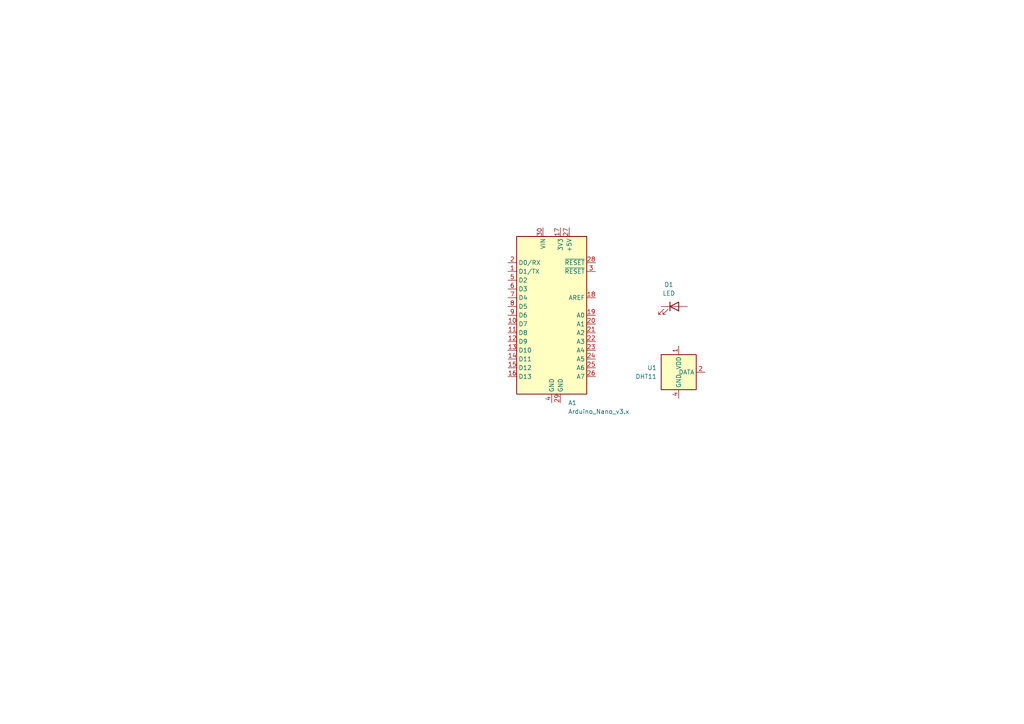
<source format=kicad_sch>
(kicad_sch (version 20231120) (generator "eeschema") (generator_version "8.0")
  (paper "A4")
  (lib_symbols
    (symbol "Device:LED" (pin_numbers hide) (pin_names (offset 1.016) hide)
      (property "Reference" "D" (at 0 2.54 0))
      (property "Value" "LED" (at 0 -2.54 0))
      (symbol "LED_0_1"
        (polyline (pts (xy -1.27 -1.27) (xy -1.27 1.27)) (stroke (width 0.254)))
        (polyline (pts (xy -1.27 0) (xy 1.27 0)))
        (polyline (pts (xy 1.27 -1.27) (xy 1.27 1.27) (xy -1.27 0) (xy 1.27 -1.27)) (stroke (width 0.254)))
        (polyline (pts (xy -3.048 -0.762) (xy -4.572 -2.286) (xy -3.81 -2.286) (xy -4.572 -2.286) (xy -4.572 -1.524)))
        (polyline (pts (xy -1.778 -0.762) (xy -3.302 -2.286) (xy -2.54 -2.286) (xy -3.302 -2.286) (xy -3.302 -1.524)))
      )
      (symbol "LED_1_1"
        (pin passive line (at -3.81 0 0) (length 2.54) (name "K") (number "1"))
        (pin passive line (at 3.81 0 180) (length 2.54) (name "A") (number "2"))
      )
    )
    (symbol "MCU_Module:Arduino_Nano_v3.x"
      (property "Reference" "A" (at -10.16 23.495 0))
      (property "Value" "Arduino_Nano_v3.x" (at 5.08 -24.13 0))
      (symbol "Arduino_Nano_v3.x_0_1"
        (rectangle (start -10.16 22.86) (end 10.16 -22.86) (stroke (width 0.254)) (fill (type background)))
      )
      (symbol "Arduino_Nano_v3.x_1_1"
        (pin bidirectional line (at -12.7 12.7 0) (length 2.54) (name "D1/TX") (number "1"))
        (pin bidirectional line (at -12.7 -2.54 0) (length 2.54) (name "D7") (number "10"))
        (pin bidirectional line (at -12.7 -5.08 0) (length 2.54) (name "D8") (number "11"))
        (pin bidirectional line (at -12.7 -7.62 0) (length 2.54) (name "D9") (number "12"))
        (pin bidirectional line (at -12.7 -10.16 0) (length 2.54) (name "D10") (number "13"))
        (pin bidirectional line (at -12.7 -12.7 0) (length 2.54) (name "D11") (number "14"))
        (pin bidirectional line (at -12.7 -15.24 0) (length 2.54) (name "D12") (number "15"))
        (pin bidirectional line (at -12.7 -17.78 0) (length 2.54) (name "D13") (number "16"))
        (pin power_out line (at 2.54 25.4 270) (length 2.54) (name "3V3") (number "17"))
        (pin input line (at 12.7 5.08 180) (length 2.54) (name "AREF") (number "18"))
        (pin bidirectional line (at 12.7 0 180) (length 2.54) (name "A0") (number "19"))
        (pin bidirectional line (at -12.7 15.24 0) (length 2.54) (name "D0/RX") (number "2"))
        (pin bidirectional line (at 12.7 -2.54 180) (length 2.54) (name "A1") (number "20"))
        (pin bidirectional line (at 12.7 -5.08 180) (length 2.54) (name "A2") (number "21"))
        (pin bidirectional line (at 12.7 -7.62 180) (length 2.54) (name "A3") (number "22"))
        (pin bidirectional line (at 12.7 -10.16 180) (length 2.54) (name "A4") (number "23"))
        (pin bidirectional line (at 12.7 -12.7 180) (length 2.54) (name "A5") (number "24"))
        (pin bidirectional line (at 12.7 -15.24 180) (length 2.54) (name "A6") (number "25"))
        (pin bidirectional line (at 12.7 -17.78 180) (length 2.54) (name "A7") (number "26"))
        (pin power_out line (at 5.08 25.4 270) (length 2.54) (name "+5V") (number "27"))
        (pin input line (at 12.7 15.24 180) (length 2.54) (name "~{RESET}") (number "28"))
        (pin power_in line (at 2.54 -25.4 90) (length 2.54) (name "GND") (number "29"))
        (pin input line (at 12.7 12.7 180) (length 2.54) (name "~{RESET}") (number "3"))
        (pin power_in line (at -2.54 25.4 270) (length 2.54) (name "VIN") (number "30"))
        (pin power_in line (at 0 -25.4 90) (length 2.54) (name "GND") (number "4"))
        (pin bidirectional line (at -12.7 10.16 0) (length 2.54) (name "D2") (number "5"))
        (pin bidirectional line (at -12.7 7.62 0) (length 2.54) (name "D3") (number "6"))
        (pin bidirectional line (at -12.7 5.08 0) (length 2.54) (name "D4") (number "7"))
        (pin bidirectional line (at -12.7 2.54 0) (length 2.54) (name "D5") (number "8"))
        (pin bidirectional line (at -12.7 0 0) (length 2.54) (name "D6") (number "9"))
      )
    )
    (symbol "Sensor:DHT11"
      (property "Reference" "U" (at -3.81 6.35 0))
      (property "Value" "DHT11" (at 3.81 6.35 0))
      (symbol "DHT11_0_1"
        (rectangle (start -5.08 5.08) (end 5.08 -5.08) (stroke (width 0.254)) (fill (type background)))
      )
      (symbol "DHT11_1_1"
        (pin power_in line (at 0 7.62 270) (length 2.54) (name "VDD") (number "1"))
        (pin bidirectional line (at 7.62 0 180) (length 2.54) (name "DATA") (number "2"))
        (pin no_connect line (at -5.08 0 0) (length 2.54) hide (name "NC") (number "3"))
        (pin power_in line (at 0 -7.62 90) (length 2.54) (name "GND") (number "4"))
      )
    )
  )
  (symbol (lib_id "Device:LED") (at 195.58 88.9 0) (unit 1)
    (property "Reference" "D1" (at 193.9925 82.55 0))
    (property "Value" "LED" (at 193.9925 85.09 0))
    (property "Footprint" "LED_THT:LED_D1.8mm_W1.8mm_H2.4mm_Horizontal_O1.27mm_Z1.6mm" (effects (hide yes)))
    (property "Description" "Light emitting diode" (effects (hide yes)))
  )
  (symbol (lib_id "MCU_Module:Arduino_Nano_v3.x") (at 160.02 91.44 0) (unit 1)
    (property "Reference" "A1" (at 164.7541 116.84 0) (effects (justify left)))
    (property "Value" "Arduino_Nano_v3.x" (at 164.7541 119.38 0) (effects (justify left)))
    (property "Footprint" "Module:Arduino_Nano" (effects (hide yes)))
    (property "Datasheet" "http://www.mouser.com/pdfdocs/Gravitech_Arduino_Nano3_0.pdf" (effects (hide yes)))
    (property "Description" "Arduino Nano v3.x" (effects (hide yes)))
  )
  (symbol (lib_id "Sensor:DHT11") (at 196.85 107.95 0) (unit 1)
    (property "Reference" "U1" (at 190.5 106.6799 0) (effects (justify right)))
    (property "Value" "DHT11" (at 190.5 109.2199 0) (effects (justify right)))
    (property "Footprint" "Sensor:Aosong_DHT11_5.5x12.0_P2.54mm" (effects (hide yes)))
    (property "Datasheet" "http://akizukidenshi.com/download/ds/aosong/DHT11.pdf" (effects (hide yes)))
    (property "Description" "3.3V to 5.5V, temperature and humidity module, DHT11" (effects (hide yes)))
  )
)
</source>
